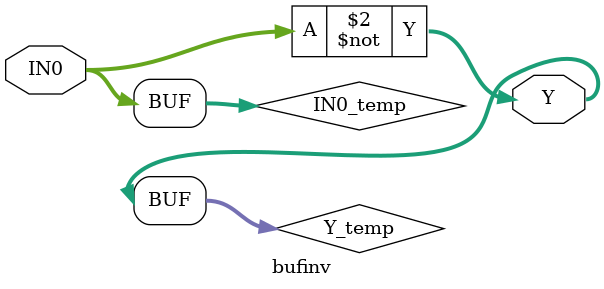
<source format=v>
module bufinv(IN0,Y);
  parameter N = 8;
  parameter DPFLAG = 0;
  parameter GROUP = "std";
  parameter
        d_IN0 = 0,
        d_Y = 1;
  input [(N - 1):0] IN0;
  output [(N - 1):0] Y;
  wire [(N - 1):0] IN0_temp;
  reg [(N - 1):0] Y_temp;
  assign #(d_IN0) IN0_temp = IN0;
  assign #(d_Y) Y = Y_temp;
  initial
    begin
    if((DPFLAG == 1))
      $display("(WARNING) The instance %m of type bufinv can't be implemented as a data-path cell");
    end
  always
    @(IN0_temp)
      Y_temp = ( ~ IN0_temp);
endmodule

</source>
